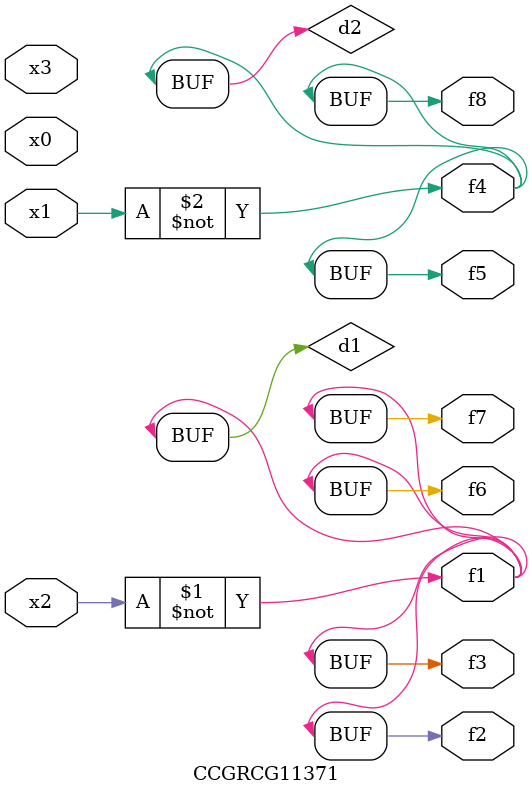
<source format=v>
module CCGRCG11371(
	input x0, x1, x2, x3,
	output f1, f2, f3, f4, f5, f6, f7, f8
);

	wire d1, d2;

	xnor (d1, x2);
	not (d2, x1);
	assign f1 = d1;
	assign f2 = d1;
	assign f3 = d1;
	assign f4 = d2;
	assign f5 = d2;
	assign f6 = d1;
	assign f7 = d1;
	assign f8 = d2;
endmodule

</source>
